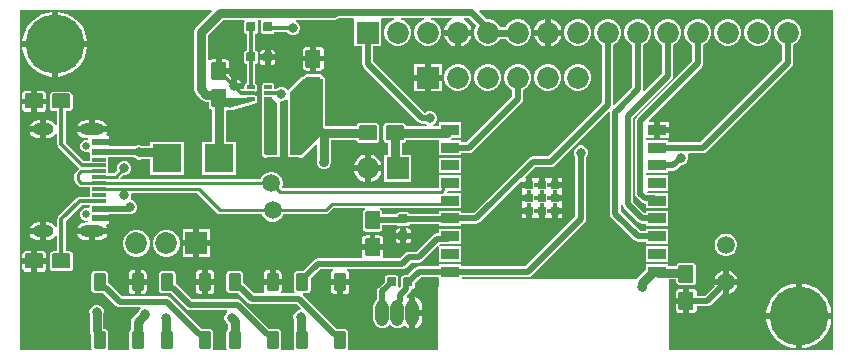
<source format=gbr>
%TF.GenerationSoftware,Altium Limited,Altium Designer,24.0.1 (36)*%
G04 Layer_Physical_Order=1*
G04 Layer_Color=255*
%FSLAX45Y45*%
%MOMM*%
%TF.SameCoordinates,A01A54B3-6B64-4A67-9B29-D4FC54FCECB2*%
%TF.FilePolarity,Positive*%
%TF.FileFunction,Copper,L1,Top,Signal*%
%TF.Part,Single*%
G01*
G75*
%TA.AperFunction,SMDPad,CuDef*%
%ADD10R,2.40000X2.40000*%
G04:AMPARAMS|DCode=11|XSize=0.762mm|YSize=0.762mm|CornerRadius=0.0381mm|HoleSize=0mm|Usage=FLASHONLY|Rotation=180.000|XOffset=0mm|YOffset=0mm|HoleType=Round|Shape=RoundedRectangle|*
%AMROUNDEDRECTD11*
21,1,0.76200,0.68580,0,0,180.0*
21,1,0.68580,0.76200,0,0,180.0*
1,1,0.07620,-0.34290,0.34290*
1,1,0.07620,0.34290,0.34290*
1,1,0.07620,0.34290,-0.34290*
1,1,0.07620,-0.34290,-0.34290*
%
%ADD11ROUNDEDRECTD11*%
G04:AMPARAMS|DCode=12|XSize=1.524mm|YSize=1.27mm|CornerRadius=0.09525mm|HoleSize=0mm|Usage=FLASHONLY|Rotation=90.000|XOffset=0mm|YOffset=0mm|HoleType=Round|Shape=RoundedRectangle|*
%AMROUNDEDRECTD12*
21,1,1.52400,1.07950,0,0,90.0*
21,1,1.33350,1.27000,0,0,90.0*
1,1,0.19050,0.53975,0.66675*
1,1,0.19050,0.53975,-0.66675*
1,1,0.19050,-0.53975,-0.66675*
1,1,0.19050,-0.53975,0.66675*
%
%ADD12ROUNDEDRECTD12*%
G04:AMPARAMS|DCode=13|XSize=0.762mm|YSize=0.762mm|CornerRadius=0.0381mm|HoleSize=0mm|Usage=FLASHONLY|Rotation=90.000|XOffset=0mm|YOffset=0mm|HoleType=Round|Shape=RoundedRectangle|*
%AMROUNDEDRECTD13*
21,1,0.76200,0.68580,0,0,90.0*
21,1,0.68580,0.76200,0,0,90.0*
1,1,0.07620,0.34290,0.34290*
1,1,0.07620,0.34290,-0.34290*
1,1,0.07620,-0.34290,-0.34290*
1,1,0.07620,-0.34290,0.34290*
%
%ADD13ROUNDEDRECTD13*%
G04:AMPARAMS|DCode=14|XSize=1.524mm|YSize=1.27mm|CornerRadius=0.09525mm|HoleSize=0mm|Usage=FLASHONLY|Rotation=180.000|XOffset=0mm|YOffset=0mm|HoleType=Round|Shape=RoundedRectangle|*
%AMROUNDEDRECTD14*
21,1,1.52400,1.07950,0,0,180.0*
21,1,1.33350,1.27000,0,0,180.0*
1,1,0.19050,-0.66675,0.53975*
1,1,0.19050,0.66675,0.53975*
1,1,0.19050,0.66675,-0.53975*
1,1,0.19050,-0.66675,-0.53975*
%
%ADD14ROUNDEDRECTD14*%
%TA.AperFunction,BGAPad,CuDef*%
%ADD15R,0.70000X0.70000*%
%TA.AperFunction,SMDPad,CuDef*%
%ADD16R,1.50000X0.90000*%
G04:AMPARAMS|DCode=17|XSize=1mm|YSize=1.5mm|CornerRadius=0.075mm|HoleSize=0mm|Usage=FLASHONLY|Rotation=0.000|XOffset=0mm|YOffset=0mm|HoleType=Round|Shape=RoundedRectangle|*
%AMROUNDEDRECTD17*
21,1,1.00000,1.35000,0,0,0.0*
21,1,0.85000,1.50000,0,0,0.0*
1,1,0.15000,0.42500,-0.67500*
1,1,0.15000,-0.42500,-0.67500*
1,1,0.15000,-0.42500,0.67500*
1,1,0.15000,0.42500,0.67500*
%
%ADD17ROUNDEDRECTD17*%
%ADD18R,0.80000X2.70000*%
G04:AMPARAMS|DCode=19|XSize=0.66mm|YSize=0.31mm|CornerRadius=0.02325mm|HoleSize=0mm|Usage=FLASHONLY|Rotation=0.000|XOffset=0mm|YOffset=0mm|HoleType=Round|Shape=RoundedRectangle|*
%AMROUNDEDRECTD19*
21,1,0.66000,0.26350,0,0,0.0*
21,1,0.61350,0.31000,0,0,0.0*
1,1,0.04650,0.30675,-0.13175*
1,1,0.04650,-0.30675,-0.13175*
1,1,0.04650,-0.30675,0.13175*
1,1,0.04650,0.30675,0.13175*
%
%ADD19ROUNDEDRECTD19*%
%TA.AperFunction,ConnectorPad*%
%ADD20R,1.15000X0.30000*%
%ADD21R,1.15000X0.60000*%
%TA.AperFunction,Conductor*%
%ADD22C,0.50000*%
%ADD23C,0.75000*%
%ADD24C,0.30000*%
%ADD25C,0.25000*%
%ADD26C,0.60000*%
%TA.AperFunction,ComponentPad*%
%ADD27O,1.11000X2.22000*%
%ADD28C,1.85000*%
%ADD29R,1.85000X1.85000*%
%ADD30C,0.40000*%
%ADD31C,0.65000*%
%ADD32O,2.10000X1.00000*%
%ADD33O,1.80000X1.00000*%
%ADD34C,5.00000*%
%TA.AperFunction,ViaPad*%
%ADD35C,1.50000*%
%ADD36C,0.80000*%
G36*
X6941373Y2250000D02*
X6941373Y2249999D01*
Y750000D01*
Y58627D01*
X5550000D01*
Y659873D01*
X5613142D01*
Y639445D01*
X5615433Y627925D01*
X5621959Y618159D01*
X5631725Y611633D01*
X5643245Y609342D01*
X5751195D01*
X5762715Y611633D01*
X5772481Y618159D01*
X5779007Y627925D01*
X5781298Y639445D01*
Y772795D01*
X5779007Y784315D01*
X5772481Y794081D01*
X5762715Y800607D01*
X5751195Y802898D01*
X5643245D01*
X5631725Y800607D01*
X5621959Y794081D01*
X5615433Y784315D01*
X5614003Y777126D01*
X5542000D01*
Y791000D01*
X5352000D01*
Y743911D01*
X5278261Y670172D01*
X5271465Y660000D01*
X3804286D01*
X3797170Y660579D01*
X3794408Y673547D01*
X3800980Y680119D01*
X4354200D01*
X4371758Y683611D01*
X4386643Y693557D01*
X4835843Y1142757D01*
X4845789Y1157642D01*
X4849282Y1175200D01*
Y1695029D01*
X4854266Y1700013D01*
X4863400Y1722065D01*
Y1745935D01*
X4854266Y1767987D01*
X4837387Y1784866D01*
X4815335Y1794000D01*
X4791465D01*
X4769413Y1784866D01*
X4752535Y1767987D01*
X4743400Y1745935D01*
Y1722065D01*
X4752535Y1700013D01*
X4757519Y1695029D01*
Y1194205D01*
X4335195Y771882D01*
X3792000D01*
Y791000D01*
X3602000D01*
Y771882D01*
X3431100D01*
X3413542Y768389D01*
X3398657Y758443D01*
X3334830Y694616D01*
X3306860D01*
X3297570Y692768D01*
X3289694Y687506D01*
X3284432Y679630D01*
X3282584Y670340D01*
Y625038D01*
X3282168Y622950D01*
Y601315D01*
X3270178Y589325D01*
X3258865Y595972D01*
X3260016Y601760D01*
Y670340D01*
X3258168Y679630D01*
X3252906Y687506D01*
X3245030Y692768D01*
X3235740Y694616D01*
X3167160D01*
X3157870Y692768D01*
X3149994Y687506D01*
X3144732Y679630D01*
X3142884Y670340D01*
Y642370D01*
X3091757Y591243D01*
X3081811Y576358D01*
X3078318Y558800D01*
Y493745D01*
X3070353Y487632D01*
X3058251Y471861D01*
X3050643Y453494D01*
X3048049Y433785D01*
Y322785D01*
X3050643Y303076D01*
X3058251Y284709D01*
X3070353Y268938D01*
X3086124Y256836D01*
X3104491Y249228D01*
X3124200Y246633D01*
X3143909Y249228D01*
X3162276Y256836D01*
X3178047Y268938D01*
X3181350Y273242D01*
X3194050D01*
X3197353Y268938D01*
X3213124Y256836D01*
X3231491Y249228D01*
X3251200Y246633D01*
X3270909Y249228D01*
X3289276Y256836D01*
X3303156Y267486D01*
X3310229Y269135D01*
X3317899D01*
X3320787Y265372D01*
X3337603Y252468D01*
X3353200Y246008D01*
Y378285D01*
Y510562D01*
X3343240Y506437D01*
X3330809Y511944D01*
X3329273Y513718D01*
X3328617Y517991D01*
X3360493Y549867D01*
X3370439Y564752D01*
X3372972Y577484D01*
X3375440D01*
X3384730Y579332D01*
X3392606Y584594D01*
X3397868Y592470D01*
X3399716Y601760D01*
Y629730D01*
X3450105Y680119D01*
X3593321D01*
X3601250Y667418D01*
X3600000Y660000D01*
X3600000Y649128D01*
Y600000D01*
X3597000Y597000D01*
Y58627D01*
X2842313D01*
X2836166Y67194D01*
X2834738Y71327D01*
X2836538Y80380D01*
Y215380D01*
X2834404Y226110D01*
X2828326Y235206D01*
X2819230Y241284D01*
X2808500Y243418D01*
X2742725D01*
X2741000Y243762D01*
X2735004D01*
X2451043Y527723D01*
X2448172Y529641D01*
X2452025Y542341D01*
X2488500D01*
X2499230Y544476D01*
X2508326Y550554D01*
X2514404Y559650D01*
X2516539Y570380D01*
Y668532D01*
X2594605Y746598D01*
X2703988D01*
X2707683Y733898D01*
X2700069Y728811D01*
X2692886Y718061D01*
X2690363Y705380D01*
Y662880D01*
X2841636D01*
Y705380D01*
X2839114Y718061D01*
X2831931Y728811D01*
X2824317Y733898D01*
X2828011Y746598D01*
X3289300D01*
X3306858Y750091D01*
X3321743Y760037D01*
X3364185Y802478D01*
X3431540D01*
X3449098Y805971D01*
X3463983Y815917D01*
X3589466Y941399D01*
X3602000Y935973D01*
X3602000Y930382D01*
Y811000D01*
X3792000D01*
Y941000D01*
X3613467D01*
X3612322Y941000D01*
X3606558Y953506D01*
X3611668Y960118D01*
X3677000D01*
X3681433Y961000D01*
X3792000D01*
Y1091000D01*
X3602000D01*
Y1051881D01*
X3589180D01*
X3571622Y1048389D01*
X3556737Y1038443D01*
X3412535Y894242D01*
X3345180D01*
X3327622Y890749D01*
X3312737Y880803D01*
X3270295Y838362D01*
X3132990D01*
X3126202Y851062D01*
X3126852Y852034D01*
X3129531Y865505D01*
Y907180D01*
X3040354D01*
X2951178D01*
Y865505D01*
X2953858Y852034D01*
X2954507Y851062D01*
X2947719Y838362D01*
X2575600D01*
X2558042Y834869D01*
X2543157Y824923D01*
X2451652Y733418D01*
X2403500D01*
X2392770Y731284D01*
X2383674Y725206D01*
X2377596Y716110D01*
X2375461Y705380D01*
Y570380D01*
X2377596Y559650D01*
X2381463Y553861D01*
X2377264Y542871D01*
X2375838Y541161D01*
X2271838D01*
X2265050Y553861D01*
X2267614Y557699D01*
X2270136Y570380D01*
Y612880D01*
X2118863D01*
Y570380D01*
X2121386Y557699D01*
X2123950Y553861D01*
X2117161Y541161D01*
X2036105D01*
X1956943Y620323D01*
X1945039Y628277D01*
Y705380D01*
X1942904Y716110D01*
X1936826Y725206D01*
X1927730Y731284D01*
X1917000Y733418D01*
X1832000D01*
X1821270Y731284D01*
X1812174Y725206D01*
X1806096Y716110D01*
X1803961Y705380D01*
Y570380D01*
X1806096Y559650D01*
X1812174Y550554D01*
X1821270Y544476D01*
X1832000Y542341D01*
X1897775D01*
X1899500Y541998D01*
X1905495D01*
X1984657Y462837D01*
X1999542Y452891D01*
X2017100Y449398D01*
X2399595D01*
X2433413Y415580D01*
X2428153Y402880D01*
X2418965D01*
X2396913Y393745D01*
X2380034Y376867D01*
X2370900Y354815D01*
Y330945D01*
X2374873Y321353D01*
Y160380D01*
X2375461Y157424D01*
Y80380D01*
X2377262Y71327D01*
X2375834Y67194D01*
X2369687Y58627D01*
X2270813D01*
X2264666Y67194D01*
X2263238Y71327D01*
X2265038Y80380D01*
Y215380D01*
X2262904Y226110D01*
X2256826Y235206D01*
X2247730Y241284D01*
X2237000Y243418D01*
X2171225D01*
X2169500Y243762D01*
X2163504D01*
X1930343Y476923D01*
X1915458Y486869D01*
X1897900Y490361D01*
X1515405D01*
X1385443Y620323D01*
X1373539Y628277D01*
Y705380D01*
X1371404Y716110D01*
X1365326Y725206D01*
X1356230Y731284D01*
X1345500Y733418D01*
X1260500D01*
X1249770Y731284D01*
X1240674Y725206D01*
X1234596Y716110D01*
X1232461Y705380D01*
Y570380D01*
X1234596Y559650D01*
X1240674Y550554D01*
X1249770Y544476D01*
X1260500Y542341D01*
X1326275D01*
X1328000Y541998D01*
X1333995D01*
X1463957Y412037D01*
X1478842Y402091D01*
X1496400Y398598D01*
X1806972D01*
X1809069Y394635D01*
X1810866Y385898D01*
X1795834Y370867D01*
X1786700Y348815D01*
Y324945D01*
X1795834Y302893D01*
X1812713Y286014D01*
X1813719Y285598D01*
X1815873Y283443D01*
Y237678D01*
X1812174Y235206D01*
X1806096Y226110D01*
X1803961Y215380D01*
Y80380D01*
X1805762Y71327D01*
X1804334Y67194D01*
X1798187Y58627D01*
X1699313D01*
X1693166Y67194D01*
X1691738Y71327D01*
X1693538Y80380D01*
Y215380D01*
X1691404Y226110D01*
X1685326Y235206D01*
X1676230Y241284D01*
X1665500Y243418D01*
X1599725D01*
X1598000Y243762D01*
X1592004D01*
X1333443Y502323D01*
X1318558Y512269D01*
X1301000Y515761D01*
X918505D01*
X813943Y620323D01*
X802039Y628277D01*
Y705380D01*
X799904Y716110D01*
X793826Y725206D01*
X784730Y731284D01*
X774000Y733418D01*
X689000D01*
X678270Y731284D01*
X669174Y725206D01*
X663096Y716110D01*
X660961Y705380D01*
Y570380D01*
X663096Y559650D01*
X669174Y550554D01*
X678270Y544476D01*
X689000Y542341D01*
X754775D01*
X756500Y541998D01*
X762495D01*
X867057Y437437D01*
X881942Y427491D01*
X899500Y423998D01*
X1073025D01*
X1078286Y411298D01*
X1066734Y399747D01*
X1065361Y396432D01*
X1010045Y341115D01*
X997336Y322095D01*
X992873Y299660D01*
Y237678D01*
X989174Y235206D01*
X983096Y226110D01*
X980961Y215380D01*
Y80380D01*
X982762Y71327D01*
X981334Y67194D01*
X975187Y58627D01*
X807813D01*
X801666Y67194D01*
X800238Y71327D01*
X802039Y80380D01*
Y215380D01*
X799904Y226110D01*
X793826Y235206D01*
X784730Y241284D01*
X774000Y243418D01*
X768507D01*
X762326Y252669D01*
Y371564D01*
X763700Y374879D01*
Y398749D01*
X754565Y420801D01*
X737687Y437680D01*
X715635Y446814D01*
X691765D01*
X669713Y437680D01*
X652834Y420801D01*
X643700Y398749D01*
Y374879D01*
X645073Y371564D01*
Y229314D01*
X649536Y206879D01*
X660373Y190660D01*
Y160380D01*
X660961Y157424D01*
Y80380D01*
X662762Y71327D01*
X661334Y67194D01*
X655187Y58627D01*
X58626D01*
X58627Y2941373D01*
X1677089Y2941373D01*
X1681950Y2929640D01*
X1548845Y2796535D01*
X1536136Y2777515D01*
X1531674Y2755080D01*
Y2268644D01*
X1536136Y2246209D01*
X1548845Y2227189D01*
X1592779Y2183255D01*
X1611799Y2170546D01*
X1634234Y2166083D01*
X1656082D01*
Y2127065D01*
X1658373Y2115545D01*
X1664899Y2105779D01*
X1674665Y2099253D01*
X1681534Y2097887D01*
Y1824020D01*
X1600480D01*
Y1544020D01*
X1880480D01*
Y1824020D01*
X1798787D01*
Y2087575D01*
X1807884Y2096437D01*
X1819121Y2096142D01*
X1824485Y2093920D01*
X1848355D01*
X1857851Y2097854D01*
X2035447Y2149263D01*
X2039975D01*
X2048686Y2150996D01*
X2056070Y2155930D01*
X2061005Y2163314D01*
X2062737Y2172025D01*
Y2198375D01*
X2061429Y2204950D01*
X2064937Y2210200D01*
X2058930D01*
X2056074Y2214474D01*
X2048688Y2219409D01*
X2039975Y2221142D01*
X2009300D01*
Y2249258D01*
X2039975D01*
X2048688Y2250991D01*
X2056074Y2255926D01*
X2058930Y2260200D01*
X2064937D01*
X2061429Y2265450D01*
X2062737Y2272025D01*
Y2298375D01*
X2061005Y2307086D01*
X2056070Y2314470D01*
X2048686Y2319404D01*
X2048636Y2319414D01*
Y2481711D01*
X2056530Y2483282D01*
X2064406Y2488544D01*
X2069668Y2496420D01*
X2071516Y2505710D01*
Y2574290D01*
X2069668Y2583580D01*
X2064406Y2591456D01*
X2056530Y2596718D01*
X2048636Y2598289D01*
Y2735711D01*
X2056530Y2737282D01*
X2064406Y2742544D01*
X2069668Y2750420D01*
X2071516Y2759710D01*
Y2828290D01*
X2069668Y2837580D01*
X2065597Y2843673D01*
X2067624Y2850843D01*
X2070927Y2856373D01*
X2094673D01*
X2097977Y2850843D01*
X2100003Y2843673D01*
X2095932Y2837580D01*
X2094084Y2828290D01*
Y2759710D01*
X2095932Y2750420D01*
X2101194Y2742544D01*
X2109070Y2737282D01*
X2118360Y2735434D01*
X2186940D01*
X2196230Y2737282D01*
X2204106Y2742544D01*
X2209368Y2750420D01*
X2210433Y2755774D01*
X2313526D01*
X2313874Y2754933D01*
X2330753Y2738054D01*
X2352805Y2728920D01*
X2376675D01*
X2398727Y2738054D01*
X2415606Y2754933D01*
X2424740Y2776985D01*
Y2800855D01*
X2415606Y2822907D01*
X2398727Y2839786D01*
X2389342Y2843673D01*
X2391868Y2856373D01*
X2717800D01*
X2740235Y2860836D01*
X2756226Y2871520D01*
X2878617D01*
X2887500Y2862500D01*
X2887500Y2858820D01*
Y2637500D01*
X2954119D01*
Y2486400D01*
X2957611Y2468842D01*
X2967557Y2453957D01*
X3428957Y1992557D01*
X3443842Y1982611D01*
X3461400Y1979118D01*
X3486029D01*
X3491013Y1974134D01*
X3497792Y1971327D01*
X3495266Y1958627D01*
X3324453D01*
X3323087Y1965495D01*
X3316561Y1975261D01*
X3306795Y1981787D01*
X3295275Y1984078D01*
X3161925D01*
X3150405Y1981787D01*
X3140639Y1975261D01*
X3134113Y1965495D01*
X3131822Y1953975D01*
Y1846025D01*
X3134113Y1834505D01*
X3140639Y1824739D01*
X3150405Y1818213D01*
X3161925Y1815922D01*
X3169974D01*
Y1712500D01*
X3141500D01*
Y1487500D01*
X3366500D01*
Y1712500D01*
X3287227D01*
Y1815922D01*
X3295275D01*
X3306795Y1818213D01*
X3316561Y1824739D01*
X3323087Y1834505D01*
X3324453Y1841374D01*
X3589455D01*
X3602000Y1841000D01*
X3602000Y1828673D01*
Y1711000D01*
X3792000D01*
Y1730118D01*
X3854800D01*
X3872358Y1733611D01*
X3887243Y1743557D01*
X4302443Y2158757D01*
X4312389Y2173642D01*
X4315882Y2191200D01*
Y2265586D01*
X4339077Y2278978D01*
X4360023Y2299924D01*
X4374833Y2325577D01*
X4382500Y2354189D01*
Y2383811D01*
X4374833Y2412423D01*
X4360023Y2438077D01*
X4339077Y2459023D01*
X4313423Y2473833D01*
X4284811Y2481500D01*
X4255189D01*
X4226577Y2473833D01*
X4200924Y2459023D01*
X4179978Y2438077D01*
X4165167Y2412423D01*
X4157500Y2383811D01*
Y2354189D01*
X4165167Y2325577D01*
X4179978Y2299924D01*
X4200924Y2278978D01*
X4224119Y2265586D01*
Y2210205D01*
X3835795Y1821882D01*
X3792000D01*
Y1841000D01*
X3710536D01*
X3706726Y1852734D01*
X3711560Y1857947D01*
X3712455Y1858545D01*
X3713332Y1859857D01*
X3714392Y1861000D01*
X3792000D01*
Y1991000D01*
X3602000D01*
Y1958627D01*
X3554735D01*
X3552208Y1971327D01*
X3558987Y1974134D01*
X3575866Y1991013D01*
X3585000Y2013065D01*
Y2036935D01*
X3575866Y2058987D01*
X3558987Y2075866D01*
X3536935Y2085000D01*
X3513065D01*
X3491013Y2075866D01*
X3486029Y2070882D01*
X3480405D01*
X3045882Y2505405D01*
Y2637500D01*
X3112500D01*
Y2858820D01*
X3112500Y2862500D01*
X3121384Y2871520D01*
X3223784D01*
X3225456Y2858820D01*
X3210577Y2854833D01*
X3184924Y2840023D01*
X3163978Y2819077D01*
X3149167Y2793423D01*
X3141500Y2764811D01*
Y2735189D01*
X3149167Y2706577D01*
X3163978Y2680924D01*
X3184924Y2659978D01*
X3210577Y2645167D01*
X3239189Y2637500D01*
X3268811D01*
X3297423Y2645167D01*
X3323077Y2659978D01*
X3344023Y2680924D01*
X3358833Y2706577D01*
X3366500Y2735189D01*
Y2764811D01*
X3358833Y2793423D01*
X3344023Y2819077D01*
X3323077Y2840023D01*
X3297423Y2854833D01*
X3282544Y2858820D01*
X3284216Y2871520D01*
X3477784D01*
X3479456Y2858820D01*
X3464577Y2854833D01*
X3438924Y2840023D01*
X3417978Y2819077D01*
X3403167Y2793423D01*
X3395500Y2764811D01*
Y2735189D01*
X3403167Y2706577D01*
X3417978Y2680924D01*
X3438924Y2659978D01*
X3464577Y2645167D01*
X3493189Y2637500D01*
X3522811D01*
X3551423Y2645167D01*
X3577077Y2659978D01*
X3598023Y2680924D01*
X3612833Y2706577D01*
X3620500Y2735189D01*
Y2764811D01*
X3612833Y2793423D01*
X3598023Y2819077D01*
X3577077Y2840023D01*
X3551423Y2854833D01*
X3536544Y2858820D01*
X3538216Y2871520D01*
X3708653D01*
X3709648Y2869887D01*
X3705345Y2852968D01*
X3689853Y2844024D01*
X3667977Y2822147D01*
X3652508Y2795353D01*
X3647054Y2775000D01*
X3876946D01*
X3871493Y2795353D01*
X3856024Y2822147D01*
X3834147Y2844024D01*
X3818655Y2852968D01*
X3814353Y2869887D01*
X3815347Y2871520D01*
X3855336D01*
X3919317Y2807540D01*
X3911167Y2793423D01*
X3903500Y2764811D01*
Y2735189D01*
X3911167Y2706577D01*
X3925978Y2680924D01*
X3946924Y2659978D01*
X3972577Y2645167D01*
X4001189Y2637500D01*
X4030811D01*
X4059423Y2645167D01*
X4085077Y2659978D01*
X4106023Y2680924D01*
X4116471Y2699021D01*
X4169529D01*
X4179978Y2680924D01*
X4200924Y2659978D01*
X4226577Y2645167D01*
X4255189Y2637500D01*
X4284811D01*
X4313423Y2645167D01*
X4339077Y2659978D01*
X4360023Y2680924D01*
X4374833Y2706577D01*
X4382500Y2735189D01*
Y2764811D01*
X4374833Y2793423D01*
X4360023Y2819077D01*
X4339077Y2840023D01*
X4313423Y2854833D01*
X4284811Y2862500D01*
X4255189D01*
X4226577Y2854833D01*
X4200924Y2840023D01*
X4179978Y2819077D01*
X4169529Y2800980D01*
X4116471D01*
X4106023Y2819077D01*
X4085077Y2840023D01*
X4059423Y2854833D01*
X4030811Y2862500D01*
X4008549D01*
X3941409Y2929640D01*
X3946269Y2941373D01*
X6941373D01*
Y2250000D01*
D02*
G37*
G36*
X1958276Y2850843D02*
X1960303Y2843673D01*
X1956232Y2837580D01*
X1954384Y2828290D01*
Y2759710D01*
X1956232Y2750420D01*
X1961494Y2742544D01*
X1969370Y2737282D01*
X1977264Y2735711D01*
Y2598289D01*
X1969370Y2596718D01*
X1961494Y2591456D01*
X1956232Y2583580D01*
X1954384Y2574290D01*
Y2505710D01*
X1956232Y2496420D01*
X1961494Y2488544D01*
X1969370Y2483282D01*
X1977264Y2481711D01*
Y2320866D01*
X1969914Y2319404D01*
X1962530Y2314470D01*
X1957596Y2307086D01*
X1955863Y2298375D01*
Y2272025D01*
X1954928Y2270886D01*
X1942082D01*
X1939797Y2273170D01*
X1864330D01*
Y2298170D01*
X1839330D01*
Y2373637D01*
X1829336Y2383631D01*
Y2397340D01*
X1740160D01*
Y2422340D01*
X1715160D01*
Y2524216D01*
X1686185D01*
X1672714Y2521537D01*
X1661627Y2514129D01*
X1659554Y2514518D01*
X1648927Y2518257D01*
Y2730796D01*
X1774503Y2856373D01*
X1954973D01*
X1958276Y2850843D01*
D02*
G37*
G36*
X2039620Y2171700D02*
X1846580Y2115820D01*
X1684280Y2120080D01*
X1700000Y2198820D01*
X1978920D01*
X2039620Y2171700D01*
D02*
G37*
%LPC*%
G36*
X4549000Y2864946D02*
Y2775000D01*
X4638946D01*
X4633493Y2795353D01*
X4618024Y2822147D01*
X4596147Y2844024D01*
X4569353Y2859493D01*
X4549000Y2864946D01*
D02*
G37*
G36*
X4499000D02*
X4478647Y2859493D01*
X4451853Y2844024D01*
X4429977Y2822147D01*
X4414508Y2795353D01*
X4409054Y2775000D01*
X4499000D01*
Y2864946D01*
D02*
G37*
G36*
X375000Y2924468D02*
Y2675000D01*
X624468D01*
X618229Y2714396D01*
X604852Y2755563D01*
X585201Y2794131D01*
X559758Y2829150D01*
X529151Y2859758D01*
X494132Y2885201D01*
X455563Y2904852D01*
X414396Y2918228D01*
X375000Y2924468D01*
D02*
G37*
G36*
X325000D02*
X285604Y2918228D01*
X244437Y2904852D01*
X205869Y2885201D01*
X170850Y2859758D01*
X140242Y2829150D01*
X114799Y2794131D01*
X95148Y2755563D01*
X81771Y2714396D01*
X75532Y2675000D01*
X325000D01*
Y2924468D01*
D02*
G37*
G36*
X6316811Y2862500D02*
X6287189D01*
X6258577Y2854833D01*
X6232924Y2840023D01*
X6211978Y2819077D01*
X6197167Y2793423D01*
X6189500Y2764811D01*
Y2735189D01*
X6197167Y2706577D01*
X6211978Y2680924D01*
X6232924Y2659978D01*
X6258577Y2645167D01*
X6287189Y2637500D01*
X6316811D01*
X6345423Y2645167D01*
X6371077Y2659978D01*
X6392023Y2680924D01*
X6406833Y2706577D01*
X6414500Y2735189D01*
Y2764811D01*
X6406833Y2793423D01*
X6392023Y2819077D01*
X6371077Y2840023D01*
X6345423Y2854833D01*
X6316811Y2862500D01*
D02*
G37*
G36*
X6062811D02*
X6033189D01*
X6004577Y2854833D01*
X5978924Y2840023D01*
X5957978Y2819077D01*
X5943167Y2793423D01*
X5935500Y2764811D01*
Y2735189D01*
X5943167Y2706577D01*
X5957978Y2680924D01*
X5978924Y2659978D01*
X6004577Y2645167D01*
X6033189Y2637500D01*
X6062811D01*
X6091423Y2645167D01*
X6117077Y2659978D01*
X6138023Y2680924D01*
X6152833Y2706577D01*
X6160500Y2735189D01*
Y2764811D01*
X6152833Y2793423D01*
X6138023Y2819077D01*
X6117077Y2840023D01*
X6091423Y2854833D01*
X6062811Y2862500D01*
D02*
G37*
G36*
X4792811D02*
X4763189D01*
X4734577Y2854833D01*
X4708924Y2840023D01*
X4687978Y2819077D01*
X4673167Y2793423D01*
X4665500Y2764811D01*
Y2735189D01*
X4673167Y2706577D01*
X4687978Y2680924D01*
X4708924Y2659978D01*
X4734577Y2645167D01*
X4763189Y2637500D01*
X4792811D01*
X4821423Y2645167D01*
X4847077Y2659978D01*
X4868023Y2680924D01*
X4882833Y2706577D01*
X4890500Y2735189D01*
Y2764811D01*
X4882833Y2793423D01*
X4868023Y2819077D01*
X4847077Y2840023D01*
X4821423Y2854833D01*
X4792811Y2862500D01*
D02*
G37*
G36*
X4638946Y2725000D02*
X4549000D01*
Y2635054D01*
X4569353Y2640508D01*
X4596147Y2655977D01*
X4618024Y2677853D01*
X4633493Y2704647D01*
X4638946Y2725000D01*
D02*
G37*
G36*
X4499000D02*
X4409054D01*
X4414508Y2704647D01*
X4429977Y2677853D01*
X4451853Y2655977D01*
X4478647Y2640508D01*
X4499000Y2635054D01*
Y2725000D01*
D02*
G37*
G36*
X3876946D02*
X3787000D01*
Y2635054D01*
X3807353Y2640508D01*
X3834147Y2655977D01*
X3856024Y2677853D01*
X3871493Y2704647D01*
X3876946Y2725000D01*
D02*
G37*
G36*
X3737000D02*
X3647054D01*
X3652508Y2704647D01*
X3667977Y2677853D01*
X3689853Y2655977D01*
X3716647Y2640508D01*
X3737000Y2635054D01*
Y2725000D01*
D02*
G37*
G36*
X2186940Y2603664D02*
X2177650D01*
Y2565000D01*
X2216314D01*
Y2574290D01*
X2214078Y2585531D01*
X2207711Y2595061D01*
X2198181Y2601428D01*
X2186940Y2603664D01*
D02*
G37*
G36*
X2127650D02*
X2118360D01*
X2107119Y2601428D01*
X2097589Y2595061D01*
X2091222Y2585531D01*
X2088986Y2574290D01*
Y2565000D01*
X2127650D01*
Y2603664D01*
D02*
G37*
G36*
X2593975Y2631976D02*
X2565000D01*
Y2555100D01*
X2629176D01*
Y2596775D01*
X2626497Y2610246D01*
X2618866Y2621666D01*
X2607446Y2629297D01*
X2593975Y2631976D01*
D02*
G37*
G36*
X2515000D02*
X2486025D01*
X2472554Y2629297D01*
X2461134Y2621666D01*
X2453503Y2610246D01*
X2450824Y2596775D01*
Y2555100D01*
X2515000D01*
Y2631976D01*
D02*
G37*
G36*
X2216314Y2515000D02*
X2177650D01*
Y2476336D01*
X2186940D01*
X2198181Y2478572D01*
X2207711Y2484939D01*
X2214078Y2494469D01*
X2216314Y2505710D01*
Y2515000D01*
D02*
G37*
G36*
X2127650D02*
X2088986D01*
Y2505710D01*
X2091222Y2494469D01*
X2097589Y2484939D01*
X2107119Y2478572D01*
X2118360Y2476336D01*
X2127650D01*
Y2515000D01*
D02*
G37*
G36*
X2629176Y2505100D02*
X2565000D01*
Y2428224D01*
X2593975D01*
X2607446Y2430903D01*
X2618866Y2438534D01*
X2626497Y2449954D01*
X2629176Y2463425D01*
Y2505100D01*
D02*
G37*
G36*
X2515000D02*
X2450824D01*
Y2463425D01*
X2453503Y2449954D01*
X2461134Y2438534D01*
X2472554Y2430903D01*
X2486025Y2428224D01*
X2515000D01*
Y2505100D01*
D02*
G37*
G36*
X3625500Y2486500D02*
X3533000D01*
Y2394000D01*
X3625500D01*
Y2486500D01*
D02*
G37*
G36*
X3483000D02*
X3390500D01*
Y2394000D01*
X3483000D01*
Y2486500D01*
D02*
G37*
G36*
X624468Y2625000D02*
X375000D01*
Y2375531D01*
X414396Y2381771D01*
X455563Y2395147D01*
X494132Y2414799D01*
X529151Y2440241D01*
X559758Y2470849D01*
X585201Y2505868D01*
X604852Y2544436D01*
X618229Y2585604D01*
X624468Y2625000D01*
D02*
G37*
G36*
X325000D02*
X75532D01*
X81771Y2585604D01*
X95148Y2544436D01*
X114799Y2505868D01*
X140242Y2470849D01*
X170850Y2440241D01*
X205869Y2414799D01*
X244437Y2395147D01*
X285604Y2381771D01*
X325000Y2375531D01*
Y2625000D01*
D02*
G37*
G36*
X2593975Y2398278D02*
X2486025D01*
X2474505Y2395987D01*
X2464739Y2389461D01*
X2458213Y2379695D01*
X2448560Y2377512D01*
X2440756Y2375960D01*
X2434141Y2371539D01*
X2434140Y2371539D01*
X2331782Y2269181D01*
X2322064Y2267242D01*
X2315666Y2270067D01*
X2302207Y2283526D01*
X2280155Y2292660D01*
X2256285D01*
X2234233Y2283526D01*
X2222229Y2271521D01*
X2209737Y2273631D01*
Y2298375D01*
X2208004Y2307086D01*
X2203070Y2314470D01*
X2195686Y2319404D01*
X2186975Y2321137D01*
X2125625D01*
X2116914Y2319404D01*
X2109530Y2314470D01*
X2104595Y2307086D01*
X2102863Y2298375D01*
Y2272025D01*
X2104595Y2263314D01*
X2106677Y2260200D01*
X2104595Y2257086D01*
X2102863Y2248375D01*
Y2222025D01*
X2104595Y2213314D01*
X2106559Y2210375D01*
X2104600Y2207444D01*
X2103048Y2199640D01*
Y2199307D01*
X2102863Y2198375D01*
Y2172025D01*
X2103048Y2171093D01*
Y1722160D01*
X2104600Y1714356D01*
X2109021Y1707741D01*
X2109021Y1707740D01*
X2121581Y1695181D01*
X2128196Y1690760D01*
X2136000Y1689208D01*
X2143804Y1690760D01*
X2148814Y1694108D01*
X2235200D01*
X2243004Y1695660D01*
X2249619Y1700081D01*
X2254040Y1706696D01*
X2255592Y1714500D01*
Y2153920D01*
X2254220Y2160815D01*
X2255370Y2163550D01*
X2262007Y2172660D01*
X2280155D01*
X2302207Y2181794D01*
X2308788Y2188375D01*
X2321488Y2183115D01*
Y2115820D01*
Y1717040D01*
X2323040Y1709236D01*
X2327461Y1702621D01*
X2334076Y1698200D01*
X2341880Y1696648D01*
X2420113D01*
X2421581Y1695181D01*
X2428196Y1690760D01*
X2436000Y1689208D01*
X2443804Y1690760D01*
X2450419Y1695181D01*
X2450420Y1695182D01*
X2556000Y1800762D01*
X2567733Y1795902D01*
Y1671330D01*
X2566360Y1668015D01*
Y1644145D01*
X2575494Y1622093D01*
X2592373Y1605214D01*
X2614425Y1596080D01*
X2638295D01*
X2660347Y1605214D01*
X2677226Y1622093D01*
X2686360Y1644145D01*
Y1668015D01*
X2684987Y1671330D01*
Y1841374D01*
X2904147D01*
X2905513Y1834505D01*
X2912039Y1824739D01*
X2921805Y1818213D01*
X2933325Y1815922D01*
X3066675D01*
X3078195Y1818213D01*
X3087961Y1824739D01*
X3094487Y1834505D01*
X3096778Y1846025D01*
Y1953975D01*
X3094487Y1965495D01*
X3087961Y1975261D01*
X3078195Y1981787D01*
X3066675Y1984078D01*
X2933325D01*
X2921805Y1981787D01*
X2912039Y1975261D01*
X2905513Y1965495D01*
X2904147Y1958627D01*
X2639132D01*
Y2354580D01*
X2637580Y2362384D01*
X2633159Y2368999D01*
X2630619Y2371539D01*
X2624004Y2375960D01*
X2622469Y2376265D01*
X2621787Y2379695D01*
X2615261Y2389461D01*
X2605495Y2395987D01*
X2593975Y2398278D01*
D02*
G37*
G36*
X4792811Y2481500D02*
X4763189D01*
X4734577Y2473833D01*
X4708924Y2459023D01*
X4687978Y2438077D01*
X4673167Y2412423D01*
X4665500Y2383811D01*
Y2354189D01*
X4673167Y2325577D01*
X4687978Y2299924D01*
X4708924Y2278978D01*
X4734577Y2264167D01*
X4763189Y2256500D01*
X4792811D01*
X4821423Y2264167D01*
X4847077Y2278978D01*
X4868023Y2299924D01*
X4882833Y2325577D01*
X4890500Y2354189D01*
Y2383811D01*
X4882833Y2412423D01*
X4868023Y2438077D01*
X4847077Y2459023D01*
X4821423Y2473833D01*
X4792811Y2481500D01*
D02*
G37*
G36*
X4538811D02*
X4509189D01*
X4480577Y2473833D01*
X4454924Y2459023D01*
X4433978Y2438077D01*
X4419167Y2412423D01*
X4411500Y2383811D01*
Y2354189D01*
X4419167Y2325577D01*
X4433978Y2299924D01*
X4454924Y2278978D01*
X4480577Y2264167D01*
X4509189Y2256500D01*
X4538811D01*
X4567423Y2264167D01*
X4593077Y2278978D01*
X4614023Y2299924D01*
X4628833Y2325577D01*
X4636500Y2354189D01*
Y2383811D01*
X4628833Y2412423D01*
X4614023Y2438077D01*
X4593077Y2459023D01*
X4567423Y2473833D01*
X4538811Y2481500D01*
D02*
G37*
G36*
X4030811D02*
X4001189D01*
X3972577Y2473833D01*
X3946924Y2459023D01*
X3925978Y2438077D01*
X3911167Y2412423D01*
X3903500Y2383811D01*
Y2354189D01*
X3911167Y2325577D01*
X3925978Y2299924D01*
X3946924Y2278978D01*
X3972577Y2264167D01*
X4001189Y2256500D01*
X4030811D01*
X4059423Y2264167D01*
X4085077Y2278978D01*
X4106023Y2299924D01*
X4120833Y2325577D01*
X4128500Y2354189D01*
Y2383811D01*
X4120833Y2412423D01*
X4106023Y2438077D01*
X4085077Y2459023D01*
X4059423Y2473833D01*
X4030811Y2481500D01*
D02*
G37*
G36*
X3776811D02*
X3747189D01*
X3718577Y2473833D01*
X3692924Y2459023D01*
X3671978Y2438077D01*
X3657167Y2412423D01*
X3649500Y2383811D01*
Y2354189D01*
X3657167Y2325577D01*
X3671978Y2299924D01*
X3692924Y2278978D01*
X3718577Y2264167D01*
X3747189Y2256500D01*
X3776811D01*
X3805423Y2264167D01*
X3831077Y2278978D01*
X3852023Y2299924D01*
X3866833Y2325577D01*
X3874500Y2354189D01*
Y2383811D01*
X3866833Y2412423D01*
X3852023Y2438077D01*
X3831077Y2459023D01*
X3805423Y2473833D01*
X3776811Y2481500D01*
D02*
G37*
G36*
X5554811Y2862500D02*
X5525189D01*
X5496577Y2854833D01*
X5470924Y2840023D01*
X5449978Y2819077D01*
X5435167Y2793423D01*
X5427500Y2764811D01*
Y2735189D01*
X5435167Y2706577D01*
X5449978Y2680924D01*
X5470924Y2659978D01*
X5494119Y2646586D01*
Y2404325D01*
X5341492Y2251699D01*
X5329788Y2257955D01*
X5331882Y2268480D01*
Y2646586D01*
X5355077Y2659978D01*
X5376023Y2680924D01*
X5390833Y2706577D01*
X5398500Y2735189D01*
Y2764811D01*
X5390833Y2793423D01*
X5376023Y2819077D01*
X5355077Y2840023D01*
X5329423Y2854833D01*
X5300811Y2862500D01*
X5271189D01*
X5242577Y2854833D01*
X5216924Y2840023D01*
X5195978Y2819077D01*
X5181167Y2793423D01*
X5173500Y2764811D01*
Y2735189D01*
X5181167Y2706577D01*
X5195978Y2680924D01*
X5216924Y2659978D01*
X5240119Y2646586D01*
Y2287485D01*
X5090283Y2137650D01*
X5084632Y2138903D01*
X5077882Y2143209D01*
Y2646586D01*
X5101077Y2659978D01*
X5122023Y2680924D01*
X5136833Y2706577D01*
X5144500Y2735189D01*
Y2764811D01*
X5136833Y2793423D01*
X5122023Y2819077D01*
X5101077Y2840023D01*
X5075423Y2854833D01*
X5046811Y2862500D01*
X5017189D01*
X4988577Y2854833D01*
X4962924Y2840023D01*
X4941978Y2819077D01*
X4927167Y2793423D01*
X4919500Y2764811D01*
Y2735189D01*
X4927167Y2706577D01*
X4941978Y2680924D01*
X4962924Y2659978D01*
X4986119Y2646586D01*
Y2159405D01*
X4530395Y1703682D01*
X4397000D01*
X4379442Y1700189D01*
X4364557Y1690243D01*
X3896195Y1221881D01*
X3792000D01*
Y1241000D01*
X3602000D01*
Y1218082D01*
X3354641D01*
X3353456Y1219856D01*
X3345580Y1225118D01*
X3336290Y1226966D01*
X3267710D01*
X3258420Y1225118D01*
X3250544Y1219856D01*
X3245282Y1211980D01*
X3244982Y1210472D01*
X3124433D01*
Y1227455D01*
X3122141Y1238975D01*
X3115616Y1248741D01*
X3107501Y1254163D01*
X3107599Y1260656D01*
X3109614Y1266863D01*
X3602000D01*
Y1261000D01*
X3792000D01*
Y1391000D01*
X3677824D01*
X3671518Y1398352D01*
X3669715Y1401973D01*
X3675511Y1411000D01*
X3792000D01*
Y1541000D01*
X3602000D01*
Y1433137D01*
X2285110D01*
X2275419Y1445837D01*
X2279400Y1460693D01*
Y1485707D01*
X2272926Y1509868D01*
X2260419Y1531531D01*
X2242731Y1549219D01*
X2221068Y1561726D01*
X2196907Y1568200D01*
X2171893D01*
X2147732Y1561726D01*
X2126069Y1549219D01*
X2108381Y1531531D01*
X2095874Y1509868D01*
X2094928Y1506337D01*
X1084049D01*
X1075000Y1508137D01*
X911192D01*
X906332Y1519870D01*
X927015Y1540552D01*
X927865Y1540200D01*
X951735D01*
X973787Y1549334D01*
X990666Y1566213D01*
X999800Y1588265D01*
Y1612135D01*
X990666Y1634187D01*
X973787Y1651066D01*
X951735Y1660200D01*
X927865D01*
X905813Y1651066D01*
X888934Y1634187D01*
X879800Y1612135D01*
Y1588265D01*
X880152Y1587415D01*
X850875Y1558137D01*
X803000D01*
Y1694119D01*
X1019129D01*
X1029293Y1683954D01*
X1051345Y1674820D01*
X1075215D01*
X1078530Y1676193D01*
X1160480D01*
Y1544020D01*
X1440480D01*
Y1824020D01*
X1160480D01*
Y1793447D01*
X1078530D01*
X1075215Y1794820D01*
X1051345D01*
X1029766Y1785882D01*
X808000D01*
Y1795000D01*
X725500D01*
Y1845000D01*
X808000D01*
Y1875000D01*
X789806D01*
X783543Y1887700D01*
X788512Y1894177D01*
X793824Y1907000D01*
X542176D01*
X547488Y1894177D01*
X559509Y1878509D01*
X575176Y1866488D01*
X593421Y1858930D01*
X613000Y1856353D01*
X634288D01*
X635511Y1852319D01*
X632959Y1848413D01*
X625521Y1841500D01*
X607557D01*
X588261Y1833507D01*
X573493Y1818739D01*
X565500Y1799443D01*
Y1778557D01*
X573493Y1759261D01*
X588261Y1744493D01*
X607557Y1736500D01*
X628443D01*
X635300Y1739340D01*
X648000Y1730854D01*
Y1660686D01*
X599581D01*
X442086Y1818182D01*
Y2082542D01*
X470535D01*
X482055Y2084833D01*
X491821Y2091359D01*
X498347Y2101125D01*
X500638Y2112645D01*
Y2220595D01*
X498347Y2232115D01*
X491821Y2241881D01*
X482055Y2248407D01*
X470535Y2250698D01*
X337185D01*
X325665Y2248407D01*
X315899Y2241881D01*
X309373Y2232115D01*
X307082Y2220595D01*
Y2112645D01*
X309373Y2101125D01*
X315899Y2091359D01*
X325665Y2084833D01*
X337185Y2082542D01*
X370714D01*
Y1966309D01*
X358014Y1963783D01*
X355512Y1969823D01*
X343491Y1985491D01*
X327823Y1997512D01*
X309579Y2005069D01*
X290000Y2007647D01*
X275000D01*
Y1932000D01*
Y1856353D01*
X290000D01*
X309579Y1858930D01*
X327823Y1866488D01*
X343491Y1878509D01*
X355512Y1894177D01*
X358014Y1900217D01*
X370714Y1897691D01*
Y1803400D01*
X373431Y1789744D01*
X381166Y1778166D01*
X552406Y1606927D01*
X551569Y1598431D01*
X526569Y1573431D01*
X519386Y1562681D01*
X516863Y1550000D01*
Y1500000D01*
X519386Y1487319D01*
X526569Y1476569D01*
X551569Y1451569D01*
X562319Y1444386D01*
X575000Y1441864D01*
X648000D01*
Y1360686D01*
X563000D01*
X549344Y1357969D01*
X537767Y1350234D01*
X381166Y1193634D01*
X373431Y1182056D01*
X370714Y1168400D01*
Y1102309D01*
X358014Y1099783D01*
X355512Y1105824D01*
X343491Y1121491D01*
X327823Y1133512D01*
X309579Y1141070D01*
X290000Y1143647D01*
X275000D01*
Y1068000D01*
Y992353D01*
X290000D01*
X309579Y994931D01*
X327823Y1002488D01*
X343491Y1014510D01*
X355512Y1030177D01*
X358014Y1036217D01*
X370714Y1033691D01*
Y896878D01*
X339725D01*
X328205Y894587D01*
X318439Y888061D01*
X311913Y878295D01*
X309622Y866775D01*
Y758825D01*
X311913Y747305D01*
X318439Y737539D01*
X328205Y731013D01*
X339725Y728722D01*
X473075D01*
X484595Y731013D01*
X494361Y737539D01*
X500887Y747305D01*
X503178Y758825D01*
Y866775D01*
X500887Y878295D01*
X494361Y888061D01*
X484595Y894587D01*
X473075Y896878D01*
X442086D01*
Y1153618D01*
X577782Y1289314D01*
X648000D01*
Y1269146D01*
X635300Y1260660D01*
X628443Y1263500D01*
X607557D01*
X588261Y1255508D01*
X573493Y1240739D01*
X565500Y1221443D01*
Y1200557D01*
X573493Y1181261D01*
X588261Y1166493D01*
X607557Y1158500D01*
X625521D01*
X632959Y1151587D01*
X635511Y1147681D01*
X634288Y1143647D01*
X613000D01*
X593421Y1141070D01*
X575176Y1133512D01*
X559509Y1121491D01*
X547488Y1105824D01*
X542176Y1093000D01*
X793824D01*
X788512Y1105824D01*
X783543Y1112300D01*
X789806Y1125000D01*
X808000D01*
Y1155000D01*
X725500D01*
Y1205000D01*
X808000D01*
Y1214118D01*
X968722D01*
X978665Y1210000D01*
X1002535D01*
X1024587Y1219134D01*
X1041466Y1236013D01*
X1050600Y1258065D01*
Y1281935D01*
X1041466Y1303987D01*
X1024587Y1320866D01*
X1002535Y1330000D01*
X999646D01*
X992773Y1342700D01*
X999800Y1359665D01*
Y1383534D01*
X1005365Y1391863D01*
X1554075D01*
X1724769Y1221169D01*
X1735519Y1213986D01*
X1748200Y1211463D01*
X2106328D01*
X2107274Y1207932D01*
X2119781Y1186269D01*
X2137469Y1168581D01*
X2159132Y1156074D01*
X2183293Y1149600D01*
X2208307D01*
X2232468Y1156074D01*
X2254131Y1168581D01*
X2271819Y1186269D01*
X2284326Y1207932D01*
X2285272Y1211463D01*
X2643400D01*
X2656081Y1213986D01*
X2666831Y1221169D01*
X2712526Y1266863D01*
X2971096D01*
X2973110Y1260656D01*
X2973208Y1254163D01*
X2965093Y1248741D01*
X2958568Y1238975D01*
X2956276Y1227455D01*
Y1094105D01*
X2958568Y1082585D01*
X2965093Y1072819D01*
X2974860Y1066293D01*
X2986380Y1064002D01*
X3094330D01*
X3105850Y1066293D01*
X3115616Y1072819D01*
X3122141Y1082585D01*
X3124433Y1094105D01*
Y1118708D01*
X3249365D01*
X3250544Y1116944D01*
X3258420Y1111682D01*
X3267710Y1109834D01*
X3336290D01*
X3345580Y1111682D01*
X3353456Y1116944D01*
X3358718Y1124820D01*
X3359017Y1126319D01*
X3602000D01*
Y1111000D01*
X3792000D01*
Y1130118D01*
X3915200D01*
X3932758Y1133611D01*
X3947643Y1143557D01*
X4294267Y1490180D01*
X4306000Y1485320D01*
Y1481000D01*
X4340999D01*
Y1516000D01*
X4336680D01*
X4331819Y1527733D01*
X4416005Y1611919D01*
X4549400D01*
X4566958Y1615411D01*
X4581843Y1625357D01*
X5037587Y2081101D01*
X5048769Y2075476D01*
X5049358Y2074912D01*
Y1216660D01*
X5052851Y1199102D01*
X5062797Y1184217D01*
X5253457Y993557D01*
X5268342Y983611D01*
X5285900Y980118D01*
X5352000D01*
Y961000D01*
X5542000D01*
Y1091000D01*
X5352000D01*
Y1071882D01*
X5304905D01*
X5141122Y1235665D01*
Y2050194D01*
X5144528Y2052901D01*
X5152799Y2049238D01*
X5156429Y2046137D01*
Y1295010D01*
X5159921Y1277451D01*
X5169867Y1262566D01*
X5288877Y1143557D01*
X5303762Y1133611D01*
X5321320Y1130118D01*
X5352000D01*
Y1111000D01*
X5542000D01*
Y1241000D01*
X5352000D01*
Y1224355D01*
X5339300Y1222906D01*
X5248192Y1314014D01*
Y2028626D01*
X5572443Y2352877D01*
X5582389Y2367762D01*
X5585882Y2385320D01*
Y2646586D01*
X5609077Y2659978D01*
X5630023Y2680924D01*
X5644833Y2706577D01*
X5652500Y2735189D01*
Y2764811D01*
X5644833Y2793423D01*
X5630023Y2819077D01*
X5609077Y2840023D01*
X5583423Y2854833D01*
X5554811Y2862500D01*
D02*
G37*
G36*
X3625500Y2344000D02*
X3533000D01*
Y2251500D01*
X3625500D01*
Y2344000D01*
D02*
G37*
G36*
X3483000D02*
X3390500D01*
Y2251500D01*
X3483000D01*
Y2344000D01*
D02*
G37*
G36*
X241935Y2255796D02*
X200260D01*
Y2191620D01*
X277136D01*
Y2220595D01*
X274457Y2234066D01*
X266826Y2245486D01*
X255406Y2253117D01*
X241935Y2255796D01*
D02*
G37*
G36*
X150260D02*
X108585D01*
X95114Y2253117D01*
X83694Y2245486D01*
X76063Y2234066D01*
X73384Y2220595D01*
Y2191620D01*
X150260D01*
Y2255796D01*
D02*
G37*
G36*
X277136Y2141620D02*
X200260D01*
Y2077444D01*
X241935D01*
X255406Y2080123D01*
X266826Y2087754D01*
X274457Y2099174D01*
X277136Y2112645D01*
Y2141620D01*
D02*
G37*
G36*
X150260D02*
X73384D01*
Y2112645D01*
X76063Y2099174D01*
X83694Y2087754D01*
X95114Y2080123D01*
X108585Y2077444D01*
X150260D01*
Y2141620D01*
D02*
G37*
G36*
X723000Y2007647D02*
X693000D01*
Y1957000D01*
X793824D01*
X788512Y1969823D01*
X776491Y1985491D01*
X760824Y1997512D01*
X742579Y2005069D01*
X723000Y2007647D01*
D02*
G37*
G36*
X643000D02*
X613000D01*
X593421Y2005069D01*
X575176Y1997512D01*
X559509Y1985491D01*
X547488Y1969823D01*
X542176Y1957000D01*
X643000D01*
Y2007647D01*
D02*
G37*
G36*
X225000D02*
X210000D01*
X190421Y2005069D01*
X172177Y1997512D01*
X156509Y1985491D01*
X144488Y1969823D01*
X139176Y1957000D01*
X225000D01*
Y2007647D01*
D02*
G37*
G36*
X5547000Y1996000D02*
X5472000D01*
Y1950999D01*
X5547000D01*
Y1996000D01*
D02*
G37*
G36*
X225000Y1907000D02*
X139176D01*
X144488Y1894177D01*
X156509Y1878509D01*
X172177Y1866488D01*
X190421Y1858930D01*
X210000Y1856353D01*
X225000D01*
Y1907000D01*
D02*
G37*
G36*
X5547000Y1900999D02*
X5472000D01*
Y1856000D01*
X5547000D01*
Y1900999D01*
D02*
G37*
G36*
X6570811Y2862500D02*
X6541189D01*
X6512577Y2854833D01*
X6486924Y2840023D01*
X6465978Y2819077D01*
X6451167Y2793423D01*
X6443500Y2764811D01*
Y2735189D01*
X6451167Y2706577D01*
X6465978Y2680924D01*
X6486924Y2659978D01*
X6510119Y2646586D01*
Y2513545D01*
X5818455Y1821882D01*
X5542000D01*
Y1841000D01*
X5354482D01*
Y1856000D01*
X5422001D01*
Y1925999D01*
Y1996000D01*
X5382020D01*
X5377159Y2007733D01*
X5826443Y2457017D01*
X5836389Y2471902D01*
X5839882Y2489460D01*
Y2646586D01*
X5863077Y2659978D01*
X5884023Y2680924D01*
X5898833Y2706577D01*
X5906500Y2735189D01*
Y2764811D01*
X5898833Y2793423D01*
X5884023Y2819077D01*
X5863077Y2840023D01*
X5837423Y2854833D01*
X5808811Y2862500D01*
X5779189D01*
X5750577Y2854833D01*
X5724924Y2840023D01*
X5703978Y2819077D01*
X5689167Y2793423D01*
X5681500Y2764811D01*
Y2735189D01*
X5689167Y2706577D01*
X5703978Y2680924D01*
X5724924Y2659978D01*
X5748119Y2646586D01*
Y2508465D01*
X5276157Y2036503D01*
X5266211Y2021618D01*
X5262718Y2004060D01*
Y1386840D01*
X5266211Y1369282D01*
X5276157Y1354397D01*
X5316997Y1313557D01*
X5331882Y1303611D01*
X5349440Y1300119D01*
X5352000D01*
Y1261000D01*
X5542000D01*
Y1391000D01*
X5431433D01*
X5427000Y1391882D01*
X5372201D01*
X5367199Y1398337D01*
X5372918Y1411000D01*
X5542000D01*
Y1541000D01*
X5354482D01*
Y1561000D01*
X5542000D01*
Y1580119D01*
X5588400D01*
X5605958Y1583611D01*
X5620843Y1593557D01*
X5658926Y1631640D01*
X5665975D01*
X5688027Y1640774D01*
X5704906Y1657653D01*
X5714040Y1679705D01*
Y1703575D01*
X5708306Y1717418D01*
X5716792Y1730118D01*
X5837460D01*
X5855018Y1733611D01*
X5869903Y1743557D01*
X6588443Y2462097D01*
X6598389Y2476982D01*
X6601882Y2494540D01*
Y2646586D01*
X6625077Y2659978D01*
X6646023Y2680924D01*
X6660833Y2706577D01*
X6668500Y2735189D01*
Y2764811D01*
X6660833Y2793423D01*
X6646023Y2819077D01*
X6625077Y2840023D01*
X6599423Y2854833D01*
X6570811Y2862500D01*
D02*
G37*
G36*
X3025000Y1714946D02*
Y1625000D01*
X3114946D01*
X3109493Y1645353D01*
X3094024Y1672147D01*
X3072147Y1694024D01*
X3045353Y1709493D01*
X3025000Y1714946D01*
D02*
G37*
G36*
X2975000Y1714946D02*
X2954647Y1709493D01*
X2927853Y1694024D01*
X2905977Y1672147D01*
X2890508Y1645353D01*
X2885054Y1625000D01*
X2975000D01*
Y1714946D01*
D02*
G37*
G36*
X3792000Y1691000D02*
X3602000D01*
Y1561000D01*
X3792000D01*
Y1691000D01*
D02*
G37*
G36*
X2975000Y1575000D02*
X2885054D01*
X2890508Y1554647D01*
X2905977Y1527853D01*
X2927853Y1505977D01*
X2954647Y1490508D01*
X2975000Y1485054D01*
Y1575000D01*
D02*
G37*
G36*
X3114946D02*
X3025000D01*
Y1485054D01*
X3045353Y1490508D01*
X3072147Y1505977D01*
X3094024Y1527853D01*
X3109493Y1554647D01*
X3114946Y1575000D01*
D02*
G37*
G36*
X4646000Y1516000D02*
X4611000D01*
Y1481000D01*
X4646000D01*
Y1516000D01*
D02*
G37*
G36*
X4561001D02*
X4501000D01*
Y1456000D01*
X4451000D01*
Y1516000D01*
X4390999D01*
Y1456000D01*
X4365999D01*
Y1431000D01*
X4306000D01*
Y1396000D01*
Y1371000D01*
X4365999D01*
Y1321000D01*
X4306000D01*
Y1286000D01*
Y1261000D01*
X4365999D01*
Y1236000D01*
X4390999D01*
Y1176000D01*
X4451000D01*
Y1236000D01*
X4501000D01*
Y1176000D01*
X4561001D01*
Y1236000D01*
X4586000D01*
Y1261000D01*
X4646000D01*
Y1286000D01*
Y1321000D01*
X4586000D01*
Y1371000D01*
X4646000D01*
Y1396000D01*
Y1431000D01*
X4586000D01*
Y1456000D01*
X4561001D01*
Y1516000D01*
D02*
G37*
G36*
X4646000Y1211000D02*
X4611000D01*
Y1176000D01*
X4646000D01*
Y1211000D01*
D02*
G37*
G36*
X4340999D02*
X4306000D01*
Y1176000D01*
X4340999D01*
Y1211000D01*
D02*
G37*
G36*
X225000Y1143647D02*
X210000D01*
X190421Y1141070D01*
X172177Y1133512D01*
X156509Y1121491D01*
X144488Y1105824D01*
X139176Y1093000D01*
X225000D01*
Y1143647D01*
D02*
G37*
G36*
X3336290Y1092364D02*
X3327000D01*
Y1053700D01*
X3365664D01*
Y1062990D01*
X3363428Y1074231D01*
X3357061Y1083761D01*
X3347531Y1090128D01*
X3336290Y1092364D01*
D02*
G37*
G36*
X3277000D02*
X3267710D01*
X3256469Y1090128D01*
X3246939Y1083761D01*
X3240572Y1074231D01*
X3238336Y1062990D01*
Y1053700D01*
X3277000D01*
Y1092364D01*
D02*
G37*
G36*
X793824Y1043000D02*
X693000D01*
Y992353D01*
X723000D01*
X742579Y994931D01*
X760824Y1002488D01*
X776491Y1014510D01*
X788512Y1030177D01*
X793824Y1043000D01*
D02*
G37*
G36*
X643000D02*
X542176D01*
X547488Y1030177D01*
X559509Y1014510D01*
X575176Y1002488D01*
X593421Y994931D01*
X613000Y992353D01*
X643000D01*
Y1043000D01*
D02*
G37*
G36*
X225000D02*
X139176D01*
X144488Y1030177D01*
X156509Y1014510D01*
X172177Y1002488D01*
X190421Y994931D01*
X210000Y992353D01*
X225000D01*
Y1043000D01*
D02*
G37*
G36*
X1666900Y1082700D02*
X1574400D01*
Y990200D01*
X1666900D01*
Y1082700D01*
D02*
G37*
G36*
X1524400D02*
X1431900D01*
Y990200D01*
X1524400D01*
Y1082700D01*
D02*
G37*
G36*
X3365664Y1003700D02*
X3327000D01*
Y965036D01*
X3336290D01*
X3347531Y967272D01*
X3357061Y973639D01*
X3363428Y983169D01*
X3365664Y994410D01*
Y1003700D01*
D02*
G37*
G36*
X3277000D02*
X3238336D01*
Y994410D01*
X3240572Y983169D01*
X3246939Y973639D01*
X3256469Y967272D01*
X3267710Y965036D01*
X3277000D01*
Y1003700D01*
D02*
G37*
G36*
X3094330Y1034056D02*
X3065354D01*
Y957180D01*
X3129531D01*
Y998855D01*
X3126852Y1012326D01*
X3119221Y1023746D01*
X3107800Y1031377D01*
X3094330Y1034056D01*
D02*
G37*
G36*
X3015354D02*
X2986380D01*
X2972909Y1031377D01*
X2961488Y1023746D01*
X2953858Y1012326D01*
X2951178Y998855D01*
Y957180D01*
X3015354D01*
Y1034056D01*
D02*
G37*
G36*
X6045007Y1047500D02*
X6019993D01*
X5995832Y1041026D01*
X5974169Y1028519D01*
X5956481Y1010831D01*
X5943974Y989168D01*
X5937500Y965007D01*
Y939993D01*
X5943974Y915832D01*
X5956481Y894169D01*
X5974169Y876481D01*
X5995832Y863974D01*
X6019993Y857500D01*
X6045007D01*
X6069168Y863974D01*
X6090831Y876481D01*
X6108519Y894169D01*
X6121026Y915832D01*
X6127500Y939993D01*
Y965007D01*
X6121026Y989168D01*
X6108519Y1010831D01*
X6090831Y1028519D01*
X6069168Y1041026D01*
X6045007Y1047500D01*
D02*
G37*
G36*
X1310211Y1077700D02*
X1280589D01*
X1251977Y1070033D01*
X1226323Y1055222D01*
X1205378Y1034277D01*
X1190567Y1008623D01*
X1182900Y980011D01*
Y950389D01*
X1190567Y921777D01*
X1205378Y896123D01*
X1226323Y875178D01*
X1251977Y860367D01*
X1280589Y852700D01*
X1310211D01*
X1338823Y860367D01*
X1364477Y875178D01*
X1385422Y896123D01*
X1400233Y921777D01*
X1407900Y950389D01*
Y980011D01*
X1400233Y1008623D01*
X1385422Y1034277D01*
X1364477Y1055222D01*
X1338823Y1070033D01*
X1310211Y1077700D01*
D02*
G37*
G36*
X1056211D02*
X1026589D01*
X997977Y1070033D01*
X972323Y1055222D01*
X951378Y1034277D01*
X936567Y1008623D01*
X928900Y980011D01*
Y950389D01*
X936567Y921777D01*
X951378Y896123D01*
X972323Y875178D01*
X997977Y860367D01*
X1026589Y852700D01*
X1056211D01*
X1084823Y860367D01*
X1110477Y875178D01*
X1131422Y896123D01*
X1146233Y921777D01*
X1153900Y950389D01*
Y980011D01*
X1146233Y1008623D01*
X1131422Y1034277D01*
X1110477Y1055222D01*
X1084823Y1070033D01*
X1056211Y1077700D01*
D02*
G37*
G36*
X1666900Y940200D02*
X1574400D01*
Y847700D01*
X1666900D01*
Y940200D01*
D02*
G37*
G36*
X1524400D02*
X1431900D01*
Y847700D01*
X1524400D01*
Y940200D01*
D02*
G37*
G36*
X244475Y901976D02*
X202800D01*
Y837800D01*
X279676D01*
Y866775D01*
X276997Y880246D01*
X269366Y891666D01*
X257946Y899297D01*
X244475Y901976D01*
D02*
G37*
G36*
X152800D02*
X111125D01*
X97654Y899297D01*
X86234Y891666D01*
X78603Y880246D01*
X75924Y866775D01*
Y837800D01*
X152800D01*
Y901976D01*
D02*
G37*
G36*
X5542000Y941000D02*
X5352000D01*
Y811000D01*
X5542000D01*
Y941000D01*
D02*
G37*
G36*
X279676Y787800D02*
X202800D01*
Y723624D01*
X244475D01*
X257946Y726303D01*
X269366Y733934D01*
X276997Y745354D01*
X279676Y758825D01*
Y787800D01*
D02*
G37*
G36*
X152800D02*
X75924D01*
Y758825D01*
X78603Y745354D01*
X86234Y733934D01*
X97654Y726303D01*
X111125Y723624D01*
X152800D01*
Y787800D01*
D02*
G37*
G36*
X2237000Y738516D02*
X2219500D01*
Y662880D01*
X2270136D01*
Y705380D01*
X2267614Y718061D01*
X2260431Y728811D01*
X2249681Y735994D01*
X2237000Y738516D01*
D02*
G37*
G36*
X2169500D02*
X2152000D01*
X2139319Y735994D01*
X2128569Y728811D01*
X2121386Y718061D01*
X2118863Y705380D01*
Y662880D01*
X2169500D01*
Y738516D01*
D02*
G37*
G36*
X1665500D02*
X1648000D01*
Y662880D01*
X1698636D01*
Y705380D01*
X1696114Y718061D01*
X1688931Y728811D01*
X1678181Y735994D01*
X1665500Y738516D01*
D02*
G37*
G36*
X1598000D02*
X1580500D01*
X1567819Y735994D01*
X1557069Y728811D01*
X1549886Y718061D01*
X1547363Y705380D01*
Y662880D01*
X1598000D01*
Y738516D01*
D02*
G37*
G36*
X1094000D02*
X1076500D01*
Y662880D01*
X1127136D01*
Y705380D01*
X1124614Y718061D01*
X1117431Y728811D01*
X1106681Y735994D01*
X1094000Y738516D01*
D02*
G37*
G36*
X1026500D02*
X1009000D01*
X996319Y735994D01*
X985569Y728811D01*
X978386Y718061D01*
X975863Y705380D01*
Y662880D01*
X1026500D01*
Y738516D01*
D02*
G37*
G36*
X6057500Y731829D02*
Y660000D01*
X6129329D01*
X6125685Y673598D01*
X6112520Y696401D01*
X6093901Y715020D01*
X6071098Y728185D01*
X6057500Y731829D01*
D02*
G37*
G36*
X6007500D02*
X5993902Y728185D01*
X5971099Y715020D01*
X5952480Y696401D01*
X5939315Y673598D01*
X5935671Y660000D01*
X6007500D01*
Y731829D01*
D02*
G37*
G36*
X6129329Y610000D02*
X6057500D01*
Y538171D01*
X6071098Y541815D01*
X6093901Y554980D01*
X6112520Y573599D01*
X6125685Y596402D01*
X6129329Y610000D01*
D02*
G37*
G36*
X2841636Y612880D02*
X2791000D01*
Y537243D01*
X2808500D01*
X2821181Y539766D01*
X2831931Y546949D01*
X2839114Y557699D01*
X2841636Y570380D01*
Y612880D01*
D02*
G37*
G36*
X2741000D02*
X2690363D01*
Y570380D01*
X2692886Y557699D01*
X2700069Y546949D01*
X2710819Y539766D01*
X2723500Y537243D01*
X2741000D01*
Y612880D01*
D02*
G37*
G36*
X1698636D02*
X1648000D01*
Y537243D01*
X1665500D01*
X1678181Y539766D01*
X1688931Y546949D01*
X1696114Y557699D01*
X1698636Y570380D01*
Y612880D01*
D02*
G37*
G36*
X1598000D02*
X1547363D01*
Y570380D01*
X1549886Y557699D01*
X1557069Y546949D01*
X1567819Y539766D01*
X1580500Y537243D01*
X1598000D01*
Y612880D01*
D02*
G37*
G36*
X1127136D02*
X1076500D01*
Y537243D01*
X1094000D01*
X1106681Y539766D01*
X1117431Y546949D01*
X1124614Y557699D01*
X1127136Y570380D01*
Y612880D01*
D02*
G37*
G36*
X1026500D02*
X975863D01*
Y570380D01*
X978386Y557699D01*
X985569Y546949D01*
X996319Y539766D01*
X1009000Y537243D01*
X1026500D01*
Y612880D01*
D02*
G37*
G36*
X6007500Y610000D02*
X5935671D01*
X5937138Y604525D01*
X5856015Y523402D01*
X5786396D01*
Y544195D01*
X5783717Y557666D01*
X5776086Y569086D01*
X5764666Y576717D01*
X5751195Y579396D01*
X5722220D01*
Y477520D01*
Y375644D01*
X5751195D01*
X5764666Y378323D01*
X5776086Y385954D01*
X5783717Y397374D01*
X5786396Y410845D01*
Y431638D01*
X5875020D01*
X5892578Y435131D01*
X5907463Y445077D01*
X6002025Y539638D01*
X6007500Y538171D01*
Y610000D01*
D02*
G37*
G36*
X5672220Y579396D02*
X5643245D01*
X5629774Y576717D01*
X5618354Y569086D01*
X5610723Y557666D01*
X5608044Y544195D01*
Y502520D01*
X5672220D01*
Y579396D01*
D02*
G37*
G36*
X3403200Y510562D02*
Y403285D01*
X3459395D01*
Y433785D01*
X3456628Y454800D01*
X3448517Y474382D01*
X3435613Y491198D01*
X3418797Y504102D01*
X3403200Y510562D01*
D02*
G37*
G36*
X5672220Y452520D02*
X5608044D01*
Y410845D01*
X5610723Y397374D01*
X5618354Y385954D01*
X5629774Y378323D01*
X5643245Y375644D01*
X5672220D01*
Y452520D01*
D02*
G37*
G36*
X6675000Y624468D02*
Y375000D01*
X6924468D01*
X6918228Y414396D01*
X6904852Y455563D01*
X6885201Y494132D01*
X6859758Y529151D01*
X6829150Y559758D01*
X6794131Y585201D01*
X6755563Y604852D01*
X6714396Y618229D01*
X6675000Y624468D01*
D02*
G37*
G36*
X6625000D02*
X6585604Y618229D01*
X6544436Y604852D01*
X6505868Y585201D01*
X6470849Y559758D01*
X6440242Y529151D01*
X6414799Y494132D01*
X6395147Y455563D01*
X6381771Y414396D01*
X6375532Y375000D01*
X6625000D01*
Y624468D01*
D02*
G37*
G36*
X3459395Y353285D02*
X3403200D01*
Y246008D01*
X3418797Y252468D01*
X3435613Y265372D01*
X3448517Y282188D01*
X3456628Y301770D01*
X3459395Y322785D01*
Y353285D01*
D02*
G37*
G36*
X6924468Y325000D02*
X6675000D01*
Y75532D01*
X6714396Y81771D01*
X6755563Y95148D01*
X6794131Y114799D01*
X6829150Y140242D01*
X6859758Y170850D01*
X6885201Y205869D01*
X6904852Y244437D01*
X6918228Y285604D01*
X6924468Y325000D01*
D02*
G37*
G36*
X6625000D02*
X6375532D01*
X6381771Y285604D01*
X6395147Y244437D01*
X6414799Y205869D01*
X6440242Y170850D01*
X6470849Y140242D01*
X6505868Y114799D01*
X6544436Y95148D01*
X6585604Y81771D01*
X6625000Y75532D01*
Y325000D01*
D02*
G37*
%LPD*%
G36*
X2618740Y2354580D02*
Y1892340D01*
X2436000Y1709600D01*
X2428560Y1717040D01*
X2341880D01*
Y2115820D01*
Y2125980D01*
Y2136140D01*
Y2250440D01*
X2448560Y2357120D01*
X2616200D01*
X2618740Y2354580D01*
D02*
G37*
G36*
X2235200Y2153920D02*
Y1714500D01*
X2140900D01*
X2136000Y1709600D01*
X2123440Y1722160D01*
Y2199640D01*
X2189480D01*
X2235200Y2153920D01*
D02*
G37*
%LPC*%
G36*
X1794135Y2524216D02*
X1765160D01*
Y2447340D01*
X1829336D01*
Y2489015D01*
X1826657Y2502486D01*
X1819026Y2513906D01*
X1807606Y2521537D01*
X1794135Y2524216D01*
D02*
G37*
G36*
X1889330Y2358764D02*
Y2323170D01*
X1924924D01*
X1924900Y2323259D01*
X1916343Y2338081D01*
X1904241Y2350183D01*
X1889419Y2358740D01*
X1889330Y2358764D01*
D02*
G37*
%LPD*%
D10*
X1300480Y1684020D02*
D03*
X1740480D02*
D03*
D11*
X3341150Y636050D02*
D03*
X3201450D02*
D03*
X2012950Y2540000D02*
D03*
X2152650D02*
D03*
Y2794000D02*
D03*
X2012950D02*
D03*
D12*
X3040355Y1160780D02*
D03*
Y932180D02*
D03*
X1740160Y2422340D02*
D03*
Y2193740D02*
D03*
X2540000Y2530100D02*
D03*
Y2301500D02*
D03*
X5697220Y477520D02*
D03*
Y706120D02*
D03*
D13*
X3302000Y1168400D02*
D03*
Y1028700D02*
D03*
D14*
X3000000Y1900000D02*
D03*
X3228600D02*
D03*
X403860Y2166620D02*
D03*
X175260D02*
D03*
X406400Y812800D02*
D03*
X177800D02*
D03*
D15*
X4586000Y1456000D02*
D03*
X4476000D02*
D03*
X4366000D02*
D03*
Y1236000D02*
D03*
X4476000D02*
D03*
X4586000D02*
D03*
Y1346000D02*
D03*
X4366000D02*
D03*
X4476000D02*
D03*
D16*
X3697000Y726000D02*
D03*
Y876000D02*
D03*
Y1026000D02*
D03*
Y1176000D02*
D03*
Y1326000D02*
D03*
Y1476000D02*
D03*
Y1626000D02*
D03*
Y1776000D02*
D03*
Y1926000D02*
D03*
X5447000D02*
D03*
Y1776000D02*
D03*
Y1626000D02*
D03*
Y1476000D02*
D03*
Y1326000D02*
D03*
Y1176000D02*
D03*
Y1026000D02*
D03*
Y876000D02*
D03*
Y726000D02*
D03*
D17*
X1051500Y637880D02*
D03*
Y147880D02*
D03*
X731500Y637880D02*
D03*
Y147880D02*
D03*
X1874500D02*
D03*
Y637880D02*
D03*
X2194500Y147880D02*
D03*
Y637880D02*
D03*
X1623000D02*
D03*
Y147880D02*
D03*
X1303000Y637880D02*
D03*
Y147880D02*
D03*
X2446000D02*
D03*
Y637880D02*
D03*
X2766000Y147880D02*
D03*
Y637880D02*
D03*
D18*
X2176000Y1879600D02*
D03*
X2396000D02*
D03*
D19*
X2009300Y2285200D02*
D03*
Y2235200D02*
D03*
Y2185200D02*
D03*
X2156300D02*
D03*
Y2235200D02*
D03*
Y2285200D02*
D03*
D20*
X725500Y1675000D02*
D03*
Y1625000D02*
D03*
Y1575000D02*
D03*
Y1325000D02*
D03*
Y1375000D02*
D03*
Y1425000D02*
D03*
Y1525000D02*
D03*
Y1475000D02*
D03*
D21*
Y1260000D02*
D03*
Y1740000D02*
D03*
Y1180000D02*
D03*
Y1820000D02*
D03*
D22*
X5837460Y1776000D02*
X6556000Y2494540D01*
X5447000Y1776000D02*
X5837460D01*
X3276600Y530860D02*
X3328050Y582310D01*
X3276600Y475691D02*
Y530860D01*
X3328050Y582310D02*
Y622950D01*
X3431100Y726000D01*
X3251200Y450291D02*
X3276600Y475691D01*
X3251200Y378285D02*
Y450291D01*
X3124200Y378285D02*
Y558800D01*
X3201450Y636050D01*
X3040355Y1160780D02*
X3044165Y1164590D01*
X3298190D01*
X3302000Y1168400D01*
X3305800Y1172200D02*
X3693200D01*
X3697000Y1176000D01*
X3302000Y1168400D02*
X3305800Y1172200D01*
X3289300Y792480D02*
X3345180Y848360D01*
X3431540D01*
X3589180Y1006000D01*
X3677000D02*
X3697000Y1026000D01*
X3589180Y1006000D02*
X3677000D01*
X2575600Y792480D02*
X3289300D01*
X2446000Y662880D02*
X2575600Y792480D01*
X3461400Y2025000D02*
X3525000D01*
X3000000Y2486400D02*
X3461400Y2025000D01*
X4803400Y1175200D02*
Y1734000D01*
X4354200Y726000D02*
X4803400Y1175200D01*
X3697000Y726000D02*
X4354200D01*
X4397000Y1657800D02*
X4549400D01*
X3915200Y1176000D02*
X4397000Y1657800D01*
X3697000Y1176000D02*
X3915200D01*
X5032000Y2140400D02*
Y2750000D01*
X4549400Y1657800D02*
X5032000Y2140400D01*
X4270000Y2191200D02*
Y2369000D01*
X3854800Y1776000D02*
X4270000Y2191200D01*
X3697000Y1776000D02*
X3854800D01*
X3000000Y2486400D02*
Y2750000D01*
X5095240Y2075180D02*
X5115560Y2095500D01*
Y2098040D02*
X5286000Y2268480D01*
X5115560Y2095500D02*
Y2098040D01*
X5095240Y1216660D02*
Y2075180D01*
Y1216660D02*
X5285900Y1026000D01*
X6556000Y2494540D02*
Y2750000D01*
X1045882Y1740000D02*
X1058682Y1727200D01*
X1066800D01*
X5697220Y477520D02*
X5875020D01*
X6032500Y635000D01*
X5588400Y1626000D02*
X5654040Y1691640D01*
X5447000Y1626000D02*
X5588400D01*
X1573000Y197880D02*
X1598000D01*
X899500Y469880D02*
X1301000D01*
X1598000Y197880D02*
X1623000Y172880D01*
X1301000Y469880D02*
X1573000Y197880D01*
X781500Y587880D02*
X899500Y469880D01*
X731500Y612880D02*
X756500Y587880D01*
X731500Y612880D02*
Y637880D01*
X756500Y587880D02*
X781500D01*
X5285900Y1026000D02*
X5447000D01*
X5286000Y2268480D02*
Y2750000D01*
X5202310Y2047630D02*
X5540000Y2385320D01*
Y2750000D01*
X5202310Y1295010D02*
Y2047630D01*
Y1295010D02*
X5321320Y1176000D01*
X5349440Y1346000D02*
X5427000D01*
X5308600Y1386840D02*
X5349440Y1346000D01*
X5308600Y1386840D02*
Y2004060D01*
X5427000Y1346000D02*
X5447000Y1326000D01*
X5308600Y2004060D02*
X5794000Y2489460D01*
X5321320Y1176000D02*
X5447000D01*
X5794000Y2489460D02*
Y2750000D01*
X5444200Y1473200D02*
X5447000Y1476000D01*
X5440680Y1473200D02*
X5444200D01*
X1249680Y1734820D02*
X1300480Y1684020D01*
X972482Y1260000D02*
X982482Y1270000D01*
X990600D01*
X725500Y1260000D02*
X972482D01*
X3431100Y726000D02*
X3697000D01*
X2446000Y637880D02*
Y662880D01*
X2169500Y197880D02*
X2194500Y172880D01*
X1623000Y147880D02*
Y172880D01*
X1353000Y587880D02*
X1496400Y444480D01*
X1897900D01*
X2716000Y197880D02*
X2741000D01*
X2766000Y172880D01*
Y147880D02*
Y172880D01*
X2194500Y147880D02*
Y172880D01*
X2418600Y495280D02*
X2716000Y197880D01*
X2017100Y495280D02*
X2418600D01*
X1874500Y612880D02*
Y637880D01*
Y612880D02*
X1899500Y587880D01*
X1924500D01*
X2017100Y495280D01*
X1897900Y444480D02*
X2144500Y197880D01*
X2169500D01*
X1328000Y587880D02*
X1353000D01*
X1303000Y612880D02*
Y637880D01*
Y612880D02*
X1328000Y587880D01*
X725500Y1740000D02*
X1045882D01*
D23*
X2604853Y1905000D02*
X2609853Y1900000D01*
X3000000D01*
X2603500Y1905000D02*
X2604853D01*
X1740160Y2193740D02*
Y2198710D01*
X1590300Y2755080D02*
X1750220Y2915000D01*
X1634234Y2224710D02*
X1714160D01*
X1590300Y2268644D02*
X1634234Y2224710D01*
X1590300Y2268644D02*
Y2755080D01*
X1740160Y1684340D02*
Y2193740D01*
X1714160Y2224710D02*
X1740160Y2198710D01*
Y1684340D02*
X1740480Y1684020D01*
X1750220Y2915000D02*
X2717800D01*
X3228600Y1900000D02*
X3671000D01*
X3228600Y1625400D02*
Y1900000D01*
X2717800Y2915000D02*
X2717800Y2915000D01*
X4756953Y2771048D02*
X4778000Y2750000D01*
X3508000D02*
X3529048Y2771048D01*
X2603500Y1905000D02*
X2626360Y1882140D01*
X2405380Y2103120D02*
X2603500Y1905000D01*
X5454500Y718500D02*
X5684840D01*
X5697220Y706120D01*
X5447000Y726000D02*
X5454500Y718500D01*
X1051500Y147880D02*
Y299660D01*
X1117600Y365760D01*
X1287900Y229314D02*
X1290500Y226714D01*
X1287900Y229314D02*
Y336880D01*
X1290500Y160380D02*
Y226714D01*
Y160380D02*
X1303000Y147880D01*
X703700Y229314D02*
Y386814D01*
X719000Y160380D02*
X731500Y147880D01*
X719000Y160380D02*
Y214014D01*
X703700Y229314D02*
X719000Y214014D01*
X5319717Y628717D02*
X5417000Y726000D01*
X5318760Y596900D02*
X5319717Y597857D01*
X5417000Y726000D02*
X5447000D01*
X5319717Y597857D02*
Y628717D01*
X2626360Y1656080D02*
Y1882140D01*
X2625403Y1657037D02*
X2626360Y1656080D01*
X2396000Y1784600D02*
Y1879600D01*
X1063280Y1734820D02*
X1249680D01*
X1874500Y122880D02*
Y147880D01*
X1846700Y335527D02*
Y336880D01*
X2430900Y341527D02*
Y342880D01*
Y341527D02*
X2433500Y338927D01*
Y160380D02*
Y338927D01*
Y160380D02*
X2446000Y147880D01*
X1846700Y335527D02*
X1874500Y307727D01*
Y147880D02*
Y307727D01*
D24*
X1740160Y2409640D02*
X1788660Y2361140D01*
X1801360D02*
X1927300Y2235200D01*
X1740160Y2409640D02*
Y2422340D01*
X1788660Y2361140D02*
X1801360D01*
X1927300Y2235200D02*
X2009300D01*
X2362200Y2791460D02*
X2364740Y2788920D01*
X2155190Y2791460D02*
X2362200D01*
X2156300Y2235200D02*
X2156800Y2234700D01*
X2266180D01*
X2268220Y2232660D01*
X2152650Y2794000D02*
X2155190Y2791460D01*
X2012950Y2540000D02*
Y2794000D01*
Y2285700D02*
Y2540000D01*
X2012450Y2285200D02*
X2012950Y2285700D01*
X2009300Y2285200D02*
X2012450D01*
X563000Y1325000D02*
X725500D01*
X406400Y1168400D02*
X563000Y1325000D01*
X406400Y812800D02*
Y1168400D01*
Y1803400D02*
Y2146300D01*
Y1803400D02*
X584800Y1625000D01*
X725500D01*
D25*
X3228600Y1625400D02*
X3254000Y1600000D01*
X3671000Y1900000D02*
X3697000Y1926000D01*
X3667822Y1476000D02*
X3697000D01*
X3635322Y1414645D02*
Y1443500D01*
X3620678Y1400000D02*
X3635322Y1414645D01*
X2257600Y1400000D02*
X3620678D01*
X2184400Y1473200D02*
X2257600Y1400000D01*
X3635322Y1443500D02*
X3667822Y1476000D01*
X1076800Y1473200D02*
X2184400D01*
X3671000Y1300000D02*
X3697000Y1326000D01*
X2643400Y1244600D02*
X2698800Y1300000D01*
X3671000D01*
X2195800Y1244600D02*
X2643400D01*
X1748200D02*
X2195800D01*
X939800Y1425000D02*
X1567800D01*
X1748200Y1244600D01*
X725500Y1425000D02*
X939800D01*
Y1371600D02*
Y1425000D01*
X864600Y1525000D02*
X939800Y1600200D01*
X725500Y1525000D02*
X864600D01*
X725500Y1475000D02*
X1075000D01*
X575000D02*
X725500D01*
X1075000D02*
X1076800Y1473200D01*
X550000Y1500000D02*
X575000Y1475000D01*
X550000Y1500000D02*
Y1550000D01*
X575000Y1575000D01*
X725500D01*
X3696000Y876000D02*
X3697000D01*
X3695700Y876300D02*
X3696000Y876000D01*
D26*
X4016000Y2750000D02*
X4270000D01*
X4016000D02*
Y2782953D01*
X2725300Y2922500D02*
X3876453D01*
X4016000Y2782953D01*
X2717800Y2915000D02*
X2725300Y2922500D01*
D27*
X3378200Y378285D02*
D03*
X3251200D02*
D03*
X3124200D02*
D03*
D28*
X4778000Y2369000D02*
D03*
X4524000D02*
D03*
X3762000D02*
D03*
X4016000D02*
D03*
X4270000D02*
D03*
X3000000Y1600000D02*
D03*
X6556000Y2750000D02*
D03*
X6302000D02*
D03*
X4778000D02*
D03*
X4524000D02*
D03*
X4270000D02*
D03*
X4016000D02*
D03*
X3254000D02*
D03*
X3508000D02*
D03*
X3762000D02*
D03*
X5032000D02*
D03*
X5286000D02*
D03*
X5540000D02*
D03*
X5794000D02*
D03*
X6048000D02*
D03*
X1041400Y965200D02*
D03*
X1295400D02*
D03*
D29*
X3508000Y2369000D02*
D03*
X3254000Y1600000D02*
D03*
X3000000Y2750000D02*
D03*
X1549400Y965200D02*
D03*
D30*
X4586000Y1401000D02*
D03*
X4476000D02*
D03*
X4531000Y1456000D02*
D03*
X4421000D02*
D03*
X4531000Y1346000D02*
D03*
X4586000Y1291000D02*
D03*
X4476000D02*
D03*
X4421000Y1346000D02*
D03*
X4531000Y1236000D02*
D03*
X4366000Y1401000D02*
D03*
Y1291000D02*
D03*
X4421000Y1236000D02*
D03*
D31*
X618000Y1789000D02*
D03*
Y1211000D02*
D03*
D32*
X668000Y1068000D02*
D03*
Y1932000D02*
D03*
D33*
X250000Y1068000D02*
D03*
Y1932000D02*
D03*
D34*
X350000Y2650000D02*
D03*
X6650000Y350000D02*
D03*
D35*
X6032500Y952500D02*
D03*
X2184400Y1473200D02*
D03*
X2195800Y1244600D02*
D03*
X6032500Y635000D02*
D03*
X1740480Y1684020D02*
D03*
D36*
X5447000Y876000D02*
D03*
X1864330Y2298170D02*
D03*
X3525000Y2025000D02*
D03*
X4803400Y1734000D02*
D03*
X3697000Y1626000D02*
D03*
X939800Y1371600D02*
D03*
Y1600200D02*
D03*
X2364740Y2788920D02*
D03*
X2603500Y1905000D02*
D03*
X5654040Y1691640D02*
D03*
X1117600Y365760D02*
D03*
X703700Y386814D02*
D03*
X1287900Y336880D02*
D03*
X1836420Y2153920D02*
D03*
X2268220Y2232660D02*
D03*
X5318760Y596900D02*
D03*
X2626360Y1656080D02*
D03*
X3695700Y876300D02*
D03*
X5447000Y1476000D02*
D03*
X990600Y1270000D02*
D03*
X2430900Y342880D02*
D03*
X1846700Y336880D02*
D03*
X2405380Y2103120D02*
D03*
X1063280Y1734820D02*
D03*
%TF.MD5,bdf795d9958da0a68e4b3992216bc064*%
M02*

</source>
